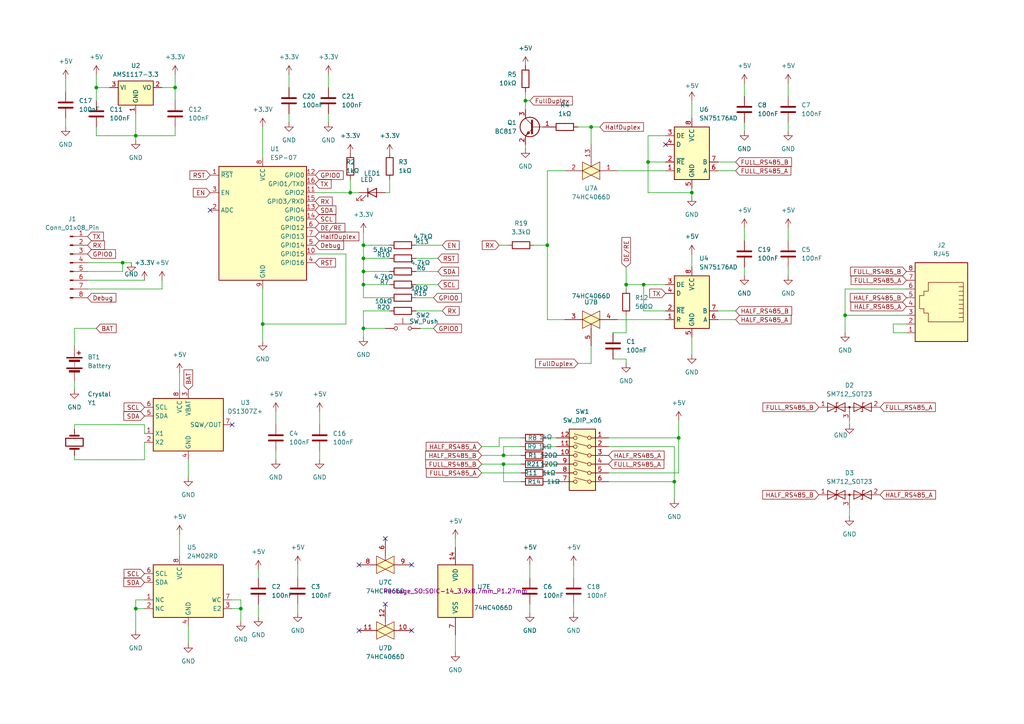
<source format=kicad_sch>
(kicad_sch (version 20250114) (generator "eeschema") (generator_version "9.0")
  (paper "A4")
  (title_block (title "Ubox") (date "2025-11-06") (rev "1") (company "Ecopower"))
  (junction (at 146.05 132.08))
  (junction (at 27.94 25.4))
  (junction (at 105.41 78.74))
  (junction (at 101.6 55.88))
  (junction (at 146.05 134.62))
  (junction (at 152.4 29.21))
  (junction (at 39.37 176.53))
  (junction (at 39.37 39.37))
  (junction (at 195.58 139.7))
  (junction (at 69.85 176.53))
  (junction (at 158.75 71.12))
  (junction (at 105.41 95.25))
  (junction (at 50.8 25.4))
  (junction (at 105.41 82.55))
  (junction (at 200.66 55.88))
  (junction (at 181.61 82.55))
  (junction (at 35.56 76.2))
  (junction (at 187.96 46.99))
  (junction (at 245.11 91.44))
  (junction (at 196.85 127))
  (junction (at 105.41 74.93))
  (junction (at 105.41 71.12))
  (junction (at 186.69 82.55))
  (junction (at 76.2 93.98))
  (junction (at 171.45 36.83))
  (no_connect (at 193.04 41.91))
  (no_connect (at 111.76 175.26))
  (no_connect (at 67.31 123.19))
  (no_connect (at 104.14 163.83))
  (no_connect (at 119.38 163.83))
  (no_connect (at 60.96 60.96))
  (no_connect (at 119.38 182.88))
  (no_connect (at 111.76 156.21))
  (no_connect (at 104.14 182.88))
  (wire (pts (xy 113.03 52.07) (xy 113.03 55.88)))
  (wire (pts (xy 100.33 73.66) (xy 100.33 93.98)))
  (wire (pts (xy 52.07 107.95) (xy 52.07 113.03)))
  (wire (pts (xy 113.03 82.55) (xy 105.41 82.55)))
  (wire (pts (xy 113.03 78.74) (xy 105.41 78.74)))
  (wire (pts (xy 105.41 71.12) (xy 113.03 71.12)))
  (wire (pts (xy 83.82 25.4) (xy 83.82 21.59)))
  (wire (pts (xy 186.69 82.55) (xy 193.04 82.55)))
  (wire (pts (xy 187.96 46.99) (xy 187.96 55.88)))
  (wire (pts (xy 152.4 29.21) (xy 152.4 31.75)))
  (wire (pts (xy 50.8 36.83) (xy 50.8 39.37)))
  (wire (pts (xy 176.53 139.7) (xy 195.58 139.7)))
  (wire (pts (xy 120.65 78.74) (xy 127 78.74)))
  (wire (pts (xy 80.01 133.35) (xy 80.01 130.81)))
  (wire (pts (xy 245.11 91.44) (xy 262.89 91.44)))
  (wire (pts (xy 69.85 176.53) (xy 69.85 180.34)))
  (wire (pts (xy 228.6 80.01) (xy 228.6 77.47)))
  (wire (pts (xy 200.66 55.88) (xy 200.66 54.61)))
  (wire (pts (xy 158.75 129.54) (xy 161.29 129.54)))
  (wire (pts (xy 120.65 71.12) (xy 128.27 71.12)))
  (wire (pts (xy 158.75 139.7) (xy 161.29 139.7)))
  (wire (pts (xy 25.4 78.74) (xy 35.56 78.74)))
  (wire (pts (xy 153.67 167.64) (xy 153.67 163.83)))
  (wire (pts (xy 200.66 73.66) (xy 200.66 77.47)))
  (wire (pts (xy 100.33 93.98) (xy 76.2 93.98)))
  (wire (pts (xy 246.38 147.32) (xy 246.38 149.86)))
  (wire (pts (xy 91.44 55.88) (xy 101.6 55.88)))
  (wire (pts (xy 41.91 123.19) (xy 41.91 125.73)))
  (wire (pts (xy 25.4 83.82) (xy 46.99 83.82)))
  (wire (pts (xy 101.6 52.07) (xy 101.6 55.88)))
  (wire (pts (xy 195.58 139.7) (xy 195.58 144.78)))
  (wire (pts (xy 50.8 29.21) (xy 50.8 25.4)))
  (wire (pts (xy 146.05 129.54) (xy 146.05 132.08)))
  (wire (pts (xy 39.37 39.37) (xy 39.37 33.02)))
  (wire (pts (xy 111.76 55.88) (xy 113.03 55.88)))
  (wire (pts (xy 187.96 46.99) (xy 193.04 46.99)))
  (wire (pts (xy 215.9 80.01) (xy 215.9 77.47)))
  (wire (pts (xy 101.6 55.88) (xy 104.14 55.88)))
  (wire (pts (xy 27.94 29.21) (xy 27.94 25.4)))
  (wire (pts (xy 259.08 93.98) (xy 259.08 96.52)))
  (wire (pts (xy 176.53 137.16) (xy 196.85 137.16)))
  (wire (pts (xy 39.37 182.88) (xy 39.37 176.53)))
  (wire (pts (xy 105.41 95.25) (xy 111.76 95.25)))
  (wire (pts (xy 139.7 134.62) (xy 146.05 134.62)))
  (wire (pts (xy 100.33 73.66) (xy 91.44 73.66)))
  (wire (pts (xy 21.59 133.35) (xy 41.91 133.35)))
  (wire (pts (xy 35.56 76.2) (xy 35.56 78.74)))
  (wire (pts (xy 195.58 129.54) (xy 195.58 139.7)))
  (wire (pts (xy 50.8 25.4) (xy 50.8 21.59)))
  (wire (pts (xy 92.71 130.81) (xy 92.71 133.35)))
  (wire (pts (xy 74.93 167.64) (xy 74.93 165.1)))
  (wire (pts (xy 262.89 93.98) (xy 259.08 93.98)))
  (wire (pts (xy 120.65 90.17) (xy 128.27 90.17)))
  (wire (pts (xy 39.37 176.53) (xy 41.91 176.53)))
  (wire (pts (xy 105.41 90.17) (xy 105.41 95.25)))
  (wire (pts (xy 92.71 119.38) (xy 92.71 123.19)))
  (wire (pts (xy 21.59 113.03) (xy 21.59 110.49)))
  (wire (pts (xy 158.75 127) (xy 161.29 127)))
  (wire (pts (xy 76.2 83.82) (xy 76.2 93.98)))
  (wire (pts (xy 144.78 71.12) (xy 147.32 71.12)))
  (wire (pts (xy 105.41 82.55) (xy 105.41 78.74)))
  (wire (pts (xy 50.8 39.37) (xy 39.37 39.37)))
  (wire (pts (xy 132.08 156.21) (xy 132.08 158.75)))
  (wire (pts (xy 76.2 93.98) (xy 76.2 99.06)))
  (wire (pts (xy 200.66 29.21) (xy 200.66 34.29)))
  (wire (pts (xy 228.6 27.94) (xy 228.6 24.13)))
  (wire (pts (xy 21.59 133.35) (xy 21.59 132.08)))
  (wire (pts (xy 125.73 86.36) (xy 120.65 86.36)))
  (wire (pts (xy 19.05 26.67) (xy 19.05 22.86)))
  (wire (pts (xy 158.75 49.53) (xy 163.83 49.53)))
  (wire (pts (xy 179.07 92.71) (xy 193.04 92.71)))
  (wire (pts (xy 95.25 35.56) (xy 95.25 33.02)))
  (wire (pts (xy 196.85 121.92) (xy 196.85 127)))
  (wire (pts (xy 113.03 86.36) (xy 105.41 86.36)))
  (wire (pts (xy 167.64 36.83) (xy 171.45 36.83)))
  (wire (pts (xy 208.28 49.53) (xy 213.36 49.53)))
  (wire (pts (xy 139.7 129.54) (xy 144.78 129.54)))
  (wire (pts (xy 105.41 71.12) (xy 105.41 74.93)))
  (wire (pts (xy 74.93 179.07) (xy 74.93 175.26)))
  (wire (pts (xy 158.75 71.12) (xy 158.75 92.71)))
  (wire (pts (xy 27.94 39.37) (xy 39.37 39.37)))
  (wire (pts (xy 215.9 38.1) (xy 215.9 35.56)))
  (wire (pts (xy 21.59 123.19) (xy 21.59 124.46)))
  (wire (pts (xy 259.08 96.52) (xy 262.89 96.52)))
  (wire (pts (xy 215.9 27.94) (xy 215.9 24.13)))
  (wire (pts (xy 67.31 176.53) (xy 69.85 176.53)))
  (wire (pts (xy 39.37 173.99) (xy 41.91 173.99)))
  (wire (pts (xy 46.99 83.82) (xy 46.99 81.28)))
  (wire (pts (xy 171.45 36.83) (xy 173.99 36.83)))
  (wire (pts (xy 146.05 134.62) (xy 146.05 139.7)))
  (wire (pts (xy 181.61 83.82) (xy 181.61 82.55)))
  (wire (pts (xy 154.94 71.12) (xy 158.75 71.12)))
  (wire (pts (xy 187.96 39.37) (xy 193.04 39.37)))
  (wire (pts (xy 151.13 129.54) (xy 146.05 129.54)))
  (wire (pts (xy 39.37 176.53) (xy 39.37 173.99)))
  (wire (pts (xy 166.37 177.8) (xy 166.37 175.26)))
  (wire (pts (xy 181.61 82.55) (xy 186.69 82.55)))
  (wire (pts (xy 176.53 127) (xy 196.85 127)))
  (wire (pts (xy 38.1 76.2) (xy 35.56 76.2)))
  (wire (pts (xy 139.7 132.08) (xy 146.05 132.08)))
  (wire (pts (xy 105.41 86.36) (xy 105.41 82.55)))
  (wire (pts (xy 208.28 46.99) (xy 213.36 46.99)))
  (wire (pts (xy 83.82 35.56) (xy 83.82 33.02)))
  (wire (pts (xy 200.66 57.15) (xy 200.66 55.88)))
  (wire (pts (xy 181.61 104.14) (xy 181.61 105.41)))
  (wire (pts (xy 105.41 67.31) (xy 105.41 71.12)))
  (wire (pts (xy 54.61 186.69) (xy 54.61 181.61)))
  (wire (pts (xy 146.05 134.62) (xy 151.13 134.62)))
  (wire (pts (xy 95.25 25.4) (xy 95.25 21.59)))
  (wire (pts (xy 200.66 97.79) (xy 200.66 102.87)))
  (wire (pts (xy 146.05 132.08) (xy 151.13 132.08)))
  (wire (pts (xy 27.94 25.4) (xy 31.75 25.4)))
  (wire (pts (xy 208.28 92.71) (xy 213.36 92.71)))
  (wire (pts (xy 80.01 123.19) (xy 80.01 119.38)))
  (wire (pts (xy 167.64 105.41) (xy 171.45 105.41)))
  (wire (pts (xy 120.65 74.93) (xy 127 74.93)))
  (wire (pts (xy 105.41 74.93) (xy 113.03 74.93)))
  (wire (pts (xy 181.61 91.44) (xy 181.61 96.52)))
  (wire (pts (xy 153.67 29.21) (xy 152.4 29.21)))
  (wire (pts (xy 152.4 41.91) (xy 152.4 43.18)))
  (wire (pts (xy 158.75 134.62) (xy 161.29 134.62)))
  (wire (pts (xy 186.69 90.17) (xy 186.69 82.55)))
  (wire (pts (xy 262.89 83.82) (xy 245.11 83.82)))
  (wire (pts (xy 105.41 90.17) (xy 113.03 90.17)))
  (wire (pts (xy 181.61 96.52) (xy 177.8 96.52)))
  (wire (pts (xy 246.38 121.92) (xy 246.38 123.19)))
  (wire (pts (xy 21.59 123.19) (xy 41.91 123.19)))
  (wire (pts (xy 187.96 39.37) (xy 187.96 46.99)))
  (wire (pts (xy 228.6 69.85) (xy 228.6 66.04)))
  (wire (pts (xy 158.75 49.53) (xy 158.75 71.12)))
  (wire (pts (xy 139.7 137.16) (xy 151.13 137.16)))
  (wire (pts (xy 196.85 127) (xy 196.85 137.16)))
  (wire (pts (xy 69.85 173.99) (xy 69.85 176.53)))
  (wire (pts (xy 41.91 133.35) (xy 41.91 128.27)))
  (wire (pts (xy 245.11 91.44) (xy 245.11 96.52)))
  (wire (pts (xy 181.61 104.14) (xy 177.8 104.14)))
  (wire (pts (xy 86.36 167.64) (xy 86.36 163.83)))
  (wire (pts (xy 67.31 173.99) (xy 69.85 173.99)))
  (wire (pts (xy 25.4 81.28) (xy 41.91 81.28)))
  (wire (pts (xy 132.08 189.23) (xy 132.08 184.15)))
  (wire (pts (xy 121.92 95.25) (xy 125.73 95.25)))
  (wire (pts (xy 146.05 139.7) (xy 151.13 139.7)))
  (wire (pts (xy 27.94 21.59) (xy 27.94 25.4)))
  (wire (pts (xy 120.65 82.55) (xy 127 82.55)))
  (wire (pts (xy 39.37 40.64) (xy 39.37 39.37)))
  (wire (pts (xy 158.75 132.08) (xy 161.29 132.08)))
  (wire (pts (xy 144.78 129.54) (xy 144.78 127)))
  (wire (pts (xy 158.75 92.71) (xy 163.83 92.71)))
  (wire (pts (xy 158.75 137.16) (xy 161.29 137.16)))
  (wire (pts (xy 105.41 95.25) (xy 105.41 97.79)))
  (wire (pts (xy 195.58 129.54) (xy 176.53 129.54)))
  (wire (pts (xy 27.94 36.83) (xy 27.94 39.37)))
  (wire (pts (xy 25.4 76.2) (xy 35.56 76.2)))
  (wire (pts (xy 19.05 36.83) (xy 19.05 34.29)))
  (wire (pts (xy 21.59 95.25) (xy 21.59 100.33)))
  (wire (pts (xy 208.28 90.17) (xy 213.36 90.17)))
  (wire (pts (xy 181.61 77.47) (xy 181.61 82.55)))
  (wire (pts (xy 152.4 26.67) (xy 152.4 29.21)))
  (wire (pts (xy 215.9 69.85) (xy 215.9 66.04)))
  (wire (pts (xy 27.94 95.25) (xy 21.59 95.25)))
  (wire (pts (xy 171.45 36.83) (xy 171.45 41.91)))
  (wire (pts (xy 54.61 133.35) (xy 54.61 138.43)))
  (wire (pts (xy 52.07 154.94) (xy 52.07 161.29)))
  (wire (pts (xy 179.07 49.53) (xy 193.04 49.53)))
  (wire (pts (xy 228.6 38.1) (xy 228.6 35.56)))
  (wire (pts (xy 245.11 83.82) (xy 245.11 91.44)))
  (wire (pts (xy 105.41 78.74) (xy 105.41 74.93)))
  (wire (pts (xy 193.04 90.17) (xy 186.69 90.17)))
  (wire (pts (xy 46.99 25.4) (xy 50.8 25.4)))
  (wire (pts (xy 153.67 177.8) (xy 153.67 175.26)))
  (wire (pts (xy 200.66 55.88) (xy 187.96 55.88)))
  (wire (pts (xy 76.2 36.83) (xy 76.2 45.72)))
  (wire (pts (xy 166.37 167.64) (xy 166.37 163.83)))
  (wire (pts (xy 86.36 177.8) (xy 86.36 175.26)))
  (wire (pts (xy 144.78 127) (xy 151.13 127)))
  (wire (pts (xy 171.45 105.41) (xy 171.45 100.33)))
  (global_label "GPIO0" (shape input) (at 25.4 73.66 0) (property "Intersheetrefs" "${INTERSHEET_REFS}" (effects (hide yes))))
  (global_label "FULL_RS485_A" (shape input) (at 262.89 81.28 180) (property "Intersheetrefs" "${INTERSHEET_REFS}" (effects (hide yes))))
  (global_label "TX" (shape input) (at 91.44 53.34 0) (property "Intersheetrefs" "${INTERSHEET_REFS}" (effects (hide yes))))
  (global_label "Debug" (shape input) (at 25.4 86.36 0) (property "Intersheetrefs" "${INTERSHEET_REFS}" (effects (hide yes))))
  (global_label "SCL" (shape input) (at 127 82.55 0) (property "Intersheetrefs" "${INTERSHEET_REFS}" (effects (hide yes))))
  (global_label "HALF_RS485_B" (shape input) (at 139.7 132.08 180) (property "Intersheetrefs" "${INTERSHEET_REFS}" (effects (hide yes))))
  (global_label "RX" (shape input) (at 144.78 71.12 180) (property "Intersheetrefs" "${INTERSHEET_REFS}" (effects (hide yes))))
  (global_label "SDA" (shape input) (at 127 78.74 0) (property "Intersheetrefs" "${INTERSHEET_REFS}" (effects (hide yes))))
  (global_label "FullDuplex" (shape input) (at 153.67 29.21 0) (property "Intersheetrefs" "${INTERSHEET_REFS}" (effects (hide yes))))
  (global_label "FULL_RS485_B" (shape input) (at 139.7 134.62 180) (property "Intersheetrefs" "${INTERSHEET_REFS}" (effects (hide yes))))
  (global_label "GPIO0" (shape input) (at 125.73 95.25 0) (property "Intersheetrefs" "${INTERSHEET_REFS}" (effects (hide yes))))
  (global_label "FULL_RS485_A" (shape input) (at 139.7 137.16 180) (property "Intersheetrefs" "${INTERSHEET_REFS}" (effects (hide yes))))
  (global_label "SCL" (shape input) (at 41.91 166.37 180) (property "Intersheetrefs" "${INTERSHEET_REFS}" (effects (hide yes))))
  (global_label "RST" (shape input) (at 60.96 50.8 180) (property "Intersheetrefs" "${INTERSHEET_REFS}" (effects (hide yes))))
  (global_label "TX" (shape input) (at 25.4 68.58 0) (property "Intersheetrefs" "${INTERSHEET_REFS}" (effects (hide yes))))
  (global_label "FULL_RS485_B" (shape input) (at 213.36 46.99 0) (property "Intersheetrefs" "${INTERSHEET_REFS}" (effects (hide yes))))
  (global_label "FULL_RS485_A" (shape input) (at 213.36 49.53 0) (property "Intersheetrefs" "${INTERSHEET_REFS}" (effects (hide yes))))
  (global_label "DE{slash}RE" (shape input) (at 181.61 77.47 90) (property "Intersheetrefs" "${INTERSHEET_REFS}" (effects (hide yes))))
  (global_label "HALF_RS485_A" (shape input) (at 213.36 92.71 0) (property "Intersheetrefs" "${INTERSHEET_REFS}" (effects (hide yes))))
  (global_label "HalfDuplex" (shape input) (at 91.44 68.58 0) (property "Intersheetrefs" "${INTERSHEET_REFS}" (effects (hide yes))))
  (global_label "EN" (shape input) (at 60.96 55.88 180) (property "Intersheetrefs" "${INTERSHEET_REFS}" (effects (hide yes))))
  (global_label "BAT" (shape input) (at 54.61 113.03 90) (property "Intersheetrefs" "${INTERSHEET_REFS}" (effects (hide yes))))
  (global_label "HALF_RS485_B" (shape input) (at 262.89 86.36 180) (property "Intersheetrefs" "${INTERSHEET_REFS}" (effects (hide yes))))
  (global_label "FULL_RS485_A" (shape input) (at 176.53 134.62 0) (property "Intersheetrefs" "${INTERSHEET_REFS}" (effects (hide yes))))
  (global_label "DE{slash}RE" (shape input) (at 91.44 66.04 0) (property "Intersheetrefs" "${INTERSHEET_REFS}" (effects (hide yes))))
  (global_label "SDA" (shape input) (at 41.91 120.65 180) (property "Intersheetrefs" "${INTERSHEET_REFS}" (effects (hide yes))))
  (global_label "RST" (shape input) (at 91.44 76.2 0) (property "Intersheetrefs" "${INTERSHEET_REFS}" (effects (hide yes))))
  (global_label "GPIO0" (shape input) (at 91.44 50.8 0) (property "Intersheetrefs" "${INTERSHEET_REFS}" (effects (hide yes))))
  (global_label "FULL_RS485_B" (shape input) (at 262.89 78.74 180) (property "Intersheetrefs" "${INTERSHEET_REFS}" (effects (hide yes))))
  (global_label "TX" (shape input) (at 193.04 85.09 180) (property "Intersheetrefs" "${INTERSHEET_REFS}" (effects (hide yes))))
  (global_label "HALF_RS485_A" (shape input) (at 255.27 143.51 0) (property "Intersheetrefs" "${INTERSHEET_REFS}" (effects (hide yes))))
  (global_label "SCL" (shape input) (at 41.91 118.11 180) (property "Intersheetrefs" "${INTERSHEET_REFS}" (effects (hide yes))))
  (global_label "FULL_RS485_A" (shape input) (at 255.27 118.11 0) (property "Intersheetrefs" "${INTERSHEET_REFS}" (effects (hide yes))))
  (global_label "EN" (shape input) (at 128.27 71.12 0) (property "Intersheetrefs" "${INTERSHEET_REFS}" (effects (hide yes))))
  (global_label "RX" (shape input) (at 25.4 71.12 0) (property "Intersheetrefs" "${INTERSHEET_REFS}" (effects (hide yes))))
  (global_label "SDA" (shape input) (at 91.44 60.96 0) (property "Intersheetrefs" "${INTERSHEET_REFS}" (effects (hide yes))))
  (global_label "BAT" (shape input) (at 27.94 95.25 0) (property "Intersheetrefs" "${INTERSHEET_REFS}" (effects (hide yes))))
  (global_label "GPIO0" (shape input) (at 125.73 86.36 0) (property "Intersheetrefs" "${INTERSHEET_REFS}" (effects (hide yes))))
  (global_label "HalfDuplex" (shape input) (at 173.99 36.83 0) (property "Intersheetrefs" "${INTERSHEET_REFS}" (effects (hide yes))))
  (global_label "FullDuplex" (shape input) (at 167.64 105.41 180) (property "Intersheetrefs" "${INTERSHEET_REFS}" (effects (hide yes))))
  (global_label "HALF_RS485_A" (shape input) (at 262.89 88.9 180) (property "Intersheetrefs" "${INTERSHEET_REFS}" (effects (hide yes))))
  (global_label "HALF_RS485_B" (shape input) (at 213.36 90.17 0) (property "Intersheetrefs" "${INTERSHEET_REFS}" (effects (hide yes))))
  (global_label "HALF_RS485_A" (shape input) (at 139.7 129.54 180) (property "Intersheetrefs" "${INTERSHEET_REFS}" (effects (hide yes))))
  (global_label "SDA" (shape input) (at 41.91 168.91 180) (property "Intersheetrefs" "${INTERSHEET_REFS}" (effects (hide yes))))
  (global_label "RX" (shape input) (at 91.44 58.42 0) (property "Intersheetrefs" "${INTERSHEET_REFS}" (effects (hide yes))))
  (global_label "SCL" (shape input) (at 91.44 63.5 0) (property "Intersheetrefs" "${INTERSHEET_REFS}" (effects (hide yes))))
  (global_label "FULL_RS485_B" (shape input) (at 237.49 118.11 180) (property "Intersheetrefs" "${INTERSHEET_REFS}" (effects (hide yes))))
  (global_label "Debug" (shape input) (at 91.44 71.12 0) (property "Intersheetrefs" "${INTERSHEET_REFS}" (effects (hide yes))))
  (global_label "RX" (shape input) (at 128.27 90.17 0) (property "Intersheetrefs" "${INTERSHEET_REFS}" (effects (hide yes))))
  (global_label "RST" (shape input) (at 127 74.93 0) (property "Intersheetrefs" "${INTERSHEET_REFS}" (effects (hide yes))))
  (global_label "HALF_RS485_B" (shape input) (at 237.49 143.51 180) (property "Intersheetrefs" "${INTERSHEET_REFS}" (effects (hide yes))))
  (global_label "HALF_RS485_A" (shape input) (at 176.53 132.08 0) (property "Intersheetrefs" "${INTERSHEET_REFS}" (effects (hide yes))))
  (symbol (lib_id "Device:C") (at 228.6 31.75 0) (unit 1)
    (property "Reference" "C7" (at 232.41 30.4799 0) (effects (justify left)))
    (property "Value" "100nF" (at 232.41 33.0199 0) (effects (justify left)))
    (property "Footprint" "Capacitor_SMD:C_0805_2012Metric" (effects (hide yes)))
    (property "Description" "Unpolarized capacitor" (effects (hide yes)))
  )
  (symbol (lib_id "4xxx:4066") (at 171.45 49.53 0) (mirror y) (unit 1)
    (property "Reference" "U7" (at 171.45 54.61 0))
    (property "Value" "74HC4066D" (at 171.45 57.15 0))
    (property "Footprint" "Package_SO:SOIC-14_3.9x8.7mm_P1.27mm" (effects (hide yes)))
    (property "Datasheet" "http://www.ti.com/lit/ds/symlink/cd4066b.pdf" (effects (hide yes)))
    (property "Description" "Quad Analog Switches" (effects (hide yes)))
  )
  (symbol (lib_id "Device:R") (at 116.84 78.74 90) (unit 1)
    (property "Reference" "R6" (at 122.174 77.724 90))
    (property "Value" "4.7kΩ" (at 121.92 76.2 90))
    (property "Footprint" "Resistor_SMD:R_0603_1608Metric" (effects (hide yes)))
    (property "Description" "Resistor" (effects (hide yes)))
  )
  (symbol (lib_id "Device:R") (at 154.94 137.16 270) (unit 1)
    (property "Reference" "R11" (at 153.924 137.16 90))
    (property "Value" "1kΩ" (at 159.258 137.16 90))
    (property "Footprint" "Resistor_SMD:R_0603_1608Metric" (effects (hide yes)))
    (property "Description" "Resistor" (effects (hide yes)))
  )
  (symbol (lib_id "power:GND") (at 245.11 96.52 0) (unit 1)
    (property "Reference" "#PWR055" (effects (hide yes)))
    (property "Value" "GND" (at 245.11 101.6 0))
    (property "Description" "Power symbol creates a global label with name \"GND\" , ground" (effects (hide yes)))
  )
  (symbol (lib_id "Device:C") (at 228.6 73.66 0) (unit 1)
    (property "Reference" "C5" (at 232.41 72.3899 0) (effects (justify left)))
    (property "Value" "100nF" (at 232.41 74.9299 0) (effects (justify left)))
    (property "Footprint" "Capacitor_SMD:C_0805_2012Metric" (effects (hide yes)))
    (property "Description" "Unpolarized capacitor" (effects (hide yes)))
  )
  (symbol (lib_id "Device:R") (at 154.94 134.62 270) (unit 1)
    (property "Reference" "R21" (at 154.686 134.62 90))
    (property "Value" "120Ω" (at 159.258 134.62 90))
    (property "Footprint" "Resistor_SMD:R_0603_1608Metric" (effects (hide yes)))
    (property "Description" "Resistor" (effects (hide yes)))
  )
  (symbol (lib_id "Device:R") (at 154.94 129.54 270) (mirror x) (unit 1)
    (property "Reference" "R9" (at 152.908 129.54 90) (effects (justify left)))
    (property "Value" "1kΩ" (at 156.21 129.54 90) (effects (justify left)))
    (property "Footprint" "Resistor_SMD:R_0805_2012Metric" (effects (hide yes)))
    (property "Description" "Resistor" (effects (hide yes)))
  )
  (symbol (lib_id "power:GND") (at 95.25 35.56 0) (unit 1)
    (property "Reference" "#PWR031" (effects (hide yes)))
    (property "Value" "GND" (at 95.25 40.64 0))
    (property "Description" "Power symbol creates a global label with name \"GND\" , ground" (effects (hide yes)))
  )
  (symbol (lib_id "power:GND") (at 215.9 38.1 0) (unit 1)
    (property "Reference" "#PWR049" (effects (hide yes)))
    (property "Value" "GND" (at 215.9 43.18 0))
    (property "Description" "Power symbol creates a global label with name \"GND\" , ground" (effects (hide yes)))
  )
  (symbol (lib_id "power:GND") (at 228.6 38.1 0) (unit 1)
    (property "Reference" "#PWR051" (effects (hide yes)))
    (property "Value" "GND" (at 228.6 43.18 0))
    (property "Description" "Power symbol creates a global label with name \"GND\" , ground" (effects (hide yes)))
  )
  (symbol (lib_id "Device:C") (at 177.8 100.33 0) (unit 1)
    (property "Reference" "C1" (at 181.61 99.0599 0) (effects (justify left)))
    (property "Value" "100nF" (at 181.61 101.5999 0) (effects (justify left)))
    (property "Footprint" "Capacitor_SMD:C_0603_1608Metric" (effects (hide yes)))
    (property "Description" "Unpolarized capacitor" (effects (hide yes)))
  )
  (symbol (lib_id "power:+5V") (at 92.71 119.38 0) (unit 1)
    (property "Reference" "#PWR057" (effects (hide yes)))
    (property "Value" "+5V" (at 92.71 114.3 0))
    (property "Description" "Power symbol creates a global label with name \"+5V\"" (effects (hide yes)))
  )
  (symbol (lib_id "Diode:SM712_SOT23") (at 246.38 118.11 0) (unit 1)
    (property "Reference" "D2" (at 246.38 111.76 0))
    (property "Value" "SM712_SOT23" (at 246.38 114.3 0))
    (property "Footprint" "Package_TO_SOT_SMD:SOT-23" (effects (hide yes)))
    (property "Datasheet" "https://www.littelfuse.com/~/media/electronics/datasheets/tvs_diode_arrays/littelfuse_tvs_diode_array_sm712_datasheet.pdf.pdf" (effects (hide yes)))
    (property "Description" "7V/12V, 600W Asymmetrical TVS Diode Array, SOT-23" (effects (hide yes)))
  )
  (symbol (lib_id "power:+3.3V") (at 105.41 67.31 0) (unit 1)
    (property "Reference" "#PWR017" (effects (hide yes)))
    (property "Value" "+3.3V" (at 105.41 62.23 0))
    (property "Description" "Power symbol creates a global label with name \"+3.3V\"" (effects (hide yes)))
  )
  (symbol (lib_id "Device:R") (at 152.4 22.86 0) (mirror x) (unit 1)
    (property "Reference" "R5" (at 149.86 21.5899 0) (effects (justify right)))
    (property "Value" "10kΩ" (at 149.86 24.1299 0) (effects (justify right)))
    (property "Footprint" "Resistor_SMD:R_0603_1608Metric" (effects (hide yes)))
    (property "Description" "Resistor" (effects (hide yes)))
  )
  (symbol (lib_id "power:+3.3V") (at 41.91 81.28 0) (unit 1)
    (property "Reference" "#PWR039" (effects (hide yes)))
    (property "Value" "+3.3V" (at 41.91 76.2 0))
    (property "Description" "Power symbol creates a global label with name \"+3.3V\"" (effects (hide yes)))
  )
  (symbol (lib_id "Device:R") (at 181.61 87.63 180) (unit 1)
    (property "Reference" "R12" (at 184.15 86.3599 0) (effects (justify right)))
    (property "Value" "560Ω" (at 184.15 88.8999 0) (effects (justify right)))
    (property "Footprint" "Resistor_SMD:R_0603_1608Metric" (effects (hide yes)))
    (property "Description" "Resistor" (effects (hide yes)))
  )
  (symbol (lib_id "4xxx:4066") (at 171.45 92.71 180) (unit 2)
    (property "Reference" "U7" (at 171.45 87.63 0))
    (property "Value" "74HC4066D" (at 171.45 85.852 0))
    (property "Footprint" "Package_SO:SOIC-14_3.9x8.7mm_P1.27mm" (effects (hide yes)))
    (property "Datasheet" "http://www.ti.com/lit/ds/symlink/cd4066b.pdf" (effects (hide yes)))
    (property "Description" "Quad Analog Switches" (effects (hide yes)))
  )
  (symbol (lib_id "power:+5V") (at 228.6 66.04 0) (unit 1)
    (property "Reference" "#PWR046" (effects (hide yes)))
    (property "Value" "+5V" (at 228.6 60.96 0))
    (property "Description" "Power symbol creates a global label with name \"+5V\"" (effects (hide yes)))
  )
  (symbol (lib_id "power:GND") (at 228.6 80.01 0) (unit 1)
    (property "Reference" "#PWR047" (effects (hide yes)))
    (property "Value" "GND" (at 228.6 85.09 0))
    (property "Description" "Power symbol creates a global label with name \"GND\" , ground" (effects (hide yes)))
  )
  (symbol (lib_id "power:GND") (at 39.37 40.64 0) (unit 1)
    (property "Reference" "#PWR013" (effects (hide yes)))
    (property "Value" "GND" (at 39.37 45.72 0))
    (property "Description" "Power symbol creates a global label with name \"GND\" , ground" (effects (hide yes)))
  )
  (symbol (lib_id "Device:C") (at 166.37 171.45 0) (unit 1)
    (property "Reference" "C18" (at 170.18 170.1799 0) (effects (justify left)))
    (property "Value" "100nF" (at 170.18 172.7199 0) (effects (justify left)))
    (property "Footprint" "Capacitor_SMD:C_0805_2012Metric" (effects (hide yes)))
    (property "Description" "Unpolarized capacitor" (effects (hide yes)))
  )
  (symbol (lib_id "power:GND") (at 69.85 180.34 0) (unit 1)
    (property "Reference" "#PWR058" (effects (hide yes)))
    (property "Value" "GND" (at 69.85 185.42 0))
    (property "Description" "Power symbol creates a global label with name \"GND\" , ground" (effects (hide yes)))
  )
  (symbol (lib_id "Device:C") (at 50.8 33.02 0) (unit 1)
    (property "Reference" "C12" (at 54.61 31.7499 0) (effects (justify left)))
    (property "Value" "100nF" (at 54.61 34.2899 0) (effects (justify left)))
    (property "Footprint" "Capacitor_SMD:C_0805_2012Metric" (effects (hide yes)))
    (property "Description" "Unpolarized capacitor" (effects (hide yes)))
  )
  (symbol (lib_id "power:GND") (at 39.37 182.88 0) (unit 1)
    (property "Reference" "#PWR059" (effects (hide yes)))
    (property "Value" "GND" (at 39.37 187.96 0))
    (property "Description" "Power symbol creates a global label with name \"GND\" , ground" (effects (hide yes)))
  )
  (symbol (lib_id "power:+3.3V") (at 83.82 21.59 0) (unit 1)
    (property "Reference" "#PWR028" (effects (hide yes)))
    (property "Value" "+3.3V" (at 83.82 16.51 0))
    (property "Description" "Power symbol creates a global label with name \"+3.3V\"" (effects (hide yes)))
  )
  (symbol (lib_id "power:GND") (at 76.2 99.06 0) (unit 1)
    (property "Reference" "#PWR01" (effects (hide yes)))
    (property "Value" "GND" (at 76.2 104.14 0))
    (property "Description" "Power symbol creates a global label with name \"GND\" , ground" (effects (hide yes)))
  )
  (symbol (lib_id "Connector:RJ45") (at 273.05 88.9 0) (mirror y) (unit 1)
    (property "Reference" "J2" (at 273.05 71.12 0))
    (property "Value" "RJ45" (at 273.05 73.66 0))
    (property "Footprint" "Connector_RJ:RJ45_Amphenol_54602-x08_Horizontal" (effects (hide yes)))
    (property "Description" "RJ connector, 8P8C (8 positions 8 connected)" (effects (hide yes)))
  )
  (symbol (lib_id "power:+3.3V") (at 101.6 44.45 0) (unit 1)
    (property "Reference" "#PWR040" (effects (hide yes)))
    (property "Value" "+3.3V" (at 101.6 39.37 0))
    (property "Description" "Power symbol creates a global label with name \"+3.3V\"" (effects (hide yes)))
  )
  (symbol (lib_id "Switch:SW_Push") (at 116.84 95.25 0) (mirror y) (unit 1)
    (property "Reference" "SW2" (at 122.682 91.44 0))
    (property "Value" "SW_Push" (at 122.936 93.218 0))
    (property "Footprint" "Button_Switch_THT:SW_SPST_Omron_B3F-315x_Angled" (effects (hide yes)))
    (property "Description" "Push button switch, generic, two pins" (effects (hide yes)))
  )
  (symbol (lib_id "power:GND") (at 80.01 133.35 0) (unit 1)
    (property "Reference" "#PWR020" (effects (hide yes)))
    (property "Value" "GND" (at 80.01 138.43 0))
    (property "Description" "Power symbol creates a global label with name \"GND\" , ground" (effects (hide yes)))
  )
  (symbol (lib_id "power:+3.3V") (at 113.03 44.45 0) (unit 1)
    (property "Reference" "#PWR041" (effects (hide yes)))
    (property "Value" "+3.3V" (at 113.03 39.37 0))
    (property "Description" "Power symbol creates a global label with name \"+3.3V\"" (effects (hide yes)))
  )
  (symbol (lib_id "Device:R") (at 116.84 71.12 90) (unit 1)
    (property "Reference" "R13" (at 122.428 70.104 90))
    (property "Value" "4.7kΩ" (at 122.682 68.58 90))
    (property "Footprint" "Resistor_SMD:R_0603_1608Metric" (effects (hide yes)))
    (property "Description" "Resistor" (effects (hide yes)))
  )
  (symbol (lib_id "power:+5V") (at 200.66 29.21 0) (unit 1)
    (property "Reference" "#PWR06" (effects (hide yes)))
    (property "Value" "+5V" (at 200.66 24.892 0))
    (property "Description" "Power symbol creates a global label with name \"+5V\"" (effects (hide yes)))
  )
  (symbol (lib_name "DS1307Z+_1") (lib_id "Timer_RTC:DS1307Z+") (at 54.61 171.45 0) (unit 1)
    (property "Reference" "U5" (at 54.2133 158.75 0) (effects (justify left)))
    (property "Value" "24M02RD" (at 54.2133 161.29 0) (effects (justify left)))
    (property "Footprint" "Package_SO:SOIC-8_3.9x4.9mm_P1.27mm" (effects (hide yes)))
    (property "Datasheet" "https://datasheets.maximintegrated.com/en/ds/DS1307.pdf" (effects (hide yes)))
    (property "Description" "64 x 8, Serial, I2C Real-time clock, 4.5V to 5.5V VCC, 0°C to +70°C, SOIC-8" (effects (hide yes)))
  )
  (symbol (lib_id "power:+5V") (at 19.05 22.86 0) (unit 1)
    (property "Reference" "#PWR042" (effects (hide yes)))
    (property "Value" "+5V" (at 19.05 17.78 0))
    (property "Description" "Power symbol creates a global label with name \"+5V\"" (effects (hide yes)))
  )
  (symbol (lib_id "Device:C") (at 74.93 171.45 0) (unit 1)
    (property "Reference" "C2" (at 78.74 170.1799 0) (effects (justify left)))
    (property "Value" "100nF" (at 78.74 172.7199 0) (effects (justify left)))
    (property "Footprint" "Capacitor_SMD:C_0805_2012Metric" (effects (hide yes)))
    (property "Description" "Unpolarized capacitor" (effects (hide yes)))
  )
  (symbol (lib_id "power:+5V") (at 152.4 19.05 0) (mirror y) (unit 1)
    (property "Reference" "#PWR026" (effects (hide yes)))
    (property "Value" "+5V" (at 152.4 13.97 0))
    (property "Description" "Power symbol creates a global label with name \"+5V\"" (effects (hide yes)))
  )
  (symbol (lib_id "power:+3.3V") (at 95.25 21.59 0) (unit 1)
    (property "Reference" "#PWR030" (effects (hide yes)))
    (property "Value" "+3.3V" (at 95.25 16.51 0))
    (property "Description" "Power symbol creates a global label with name \"+3.3V\"" (effects (hide yes)))
  )
  (symbol (lib_id "power:+5V") (at 80.01 119.38 0) (unit 1)
    (property "Reference" "#PWR021" (effects (hide yes)))
    (property "Value" "+5V" (at 80.01 114.3 0))
    (property "Description" "Power symbol creates a global label with name \"+5V\"" (effects (hide yes)))
  )
  (symbol (lib_id "Interface_UART:SN75176AD") (at 200.66 44.45 0) (unit 1)
    (property "Reference" "U6" (at 202.8033 31.75 0) (effects (justify left)))
    (property "Value" "SN75176AD" (at 202.8033 34.29 0) (effects (justify left)))
    (property "Footprint" "Package_SO:SOIC-8_3.9x4.9mm_P1.27mm" (effects (hide yes)))
    (property "Datasheet" "http://www.ti.com/lit/ds/symlink/sn75176a.pdf" (effects (hide yes)))
    (property "Description" "Differential RS-422/RS-485 bus transceiver, SOIC-8" (effects (hide yes)))
  )
  (symbol (lib_id "Device:R") (at 116.84 90.17 90) (unit 1)
    (property "Reference" "R20" (at 111.252 89.154 90))
    (property "Value" "10kΩ" (at 111.252 87.376 90))
    (property "Footprint" "Resistor_SMD:R_0603_1608Metric" (effects (hide yes)))
    (property "Description" "Resistor" (effects (hide yes)))
  )
  (symbol (lib_id "Interface_UART:SN75176AD") (at 200.66 87.63 0) (unit 1)
    (property "Reference" "U4" (at 202.8033 74.93 0) (effects (justify left)))
    (property "Value" "SN75176AD" (at 202.8033 77.47 0) (effects (justify left)))
    (property "Footprint" "Package_SO:SOIC-8_3.9x4.9mm_P1.27mm" (effects (hide yes)))
    (property "Datasheet" "http://www.ti.com/lit/ds/symlink/sn75176a.pdf" (effects (hide yes)))
    (property "Description" "Differential RS-422/RS-485 bus transceiver, SOIC-8" (effects (hide yes)))
  )
  (symbol (lib_id "power:GND") (at 74.93 179.07 0) (unit 1)
    (property "Reference" "#PWR035" (effects (hide yes)))
    (property "Value" "GND" (at 74.93 184.15 0))
    (property "Description" "Power symbol creates a global label with name \"GND\" , ground" (effects (hide yes)))
  )
  (symbol (lib_id "power:+5V") (at 132.08 156.21 0) (unit 1)
    (property "Reference" "#PWR010" (effects (hide yes)))
    (property "Value" "+5V" (at 132.08 151.13 0))
    (property "Description" "Power symbol creates a global label with name \"+5V\"" (effects (hide yes)))
  )
  (symbol (lib_id "power:GND") (at 195.58 144.78 0) (unit 1)
    (property "Reference" "#PWR054" (effects (hide yes)))
    (property "Value" "GND" (at 195.58 149.86 0))
    (property "Description" "Power symbol creates a global label with name \"GND\" , ground" (effects (hide yes)))
  )
  (symbol (lib_id "4xxx:4066") (at 111.76 163.83 0) (unit 3)
    (property "Reference" "U7" (at 111.76 168.91 0))
    (property "Value" "74HC4066D" (at 111.76 171.45 0))
    (property "Footprint" "Package_SO:SOIC-14_3.9x8.7mm_P1.27mm" (effects (hide yes)))
    (property "Datasheet" "http://www.ti.com/lit/ds/symlink/cd4066b.pdf" (effects (hide yes)))
    (property "Description" "Quad Analog Switches" (effects (hide yes)))
  )
  (symbol (lib_id "Device:C") (at 215.9 31.75 0) (unit 1)
    (property "Reference" "C8" (at 219.71 30.4799 0) (effects (justify left)))
    (property "Value" "100nF" (at 219.71 33.0199 0) (effects (justify left)))
    (property "Footprint" "Capacitor_SMD:C_0603_1608Metric" (effects (hide yes)))
    (property "Description" "Unpolarized capacitor" (effects (hide yes)))
  )
  (symbol (lib_id "Device:C") (at 95.25 29.21 0) (unit 1)
    (property "Reference" "C21" (at 99.06 27.9399 0) (effects (justify left)))
    (property "Value" "100nF" (at 99.06 30.4799 0) (effects (justify left)))
    (property "Footprint" "Capacitor_SMD:C_0805_2012Metric" (effects (hide yes)))
    (property "Description" "Unpolarized capacitor" (effects (hide yes)))
  )
  (symbol (lib_id "Device:R") (at 163.83 36.83 270) (mirror x) (unit 1)
    (property "Reference" "R4" (at 163.83 30.48 90))
    (property "Value" "1kΩ" (at 163.83 33.02 90))
    (property "Footprint" "Resistor_SMD:R_0603_1608Metric" (effects (hide yes)))
    (property "Description" "Resistor" (effects (hide yes)))
  )
  (symbol (lib_id "power:GND") (at 83.82 35.56 0) (unit 1)
    (property "Reference" "#PWR029" (effects (hide yes)))
    (property "Value" "GND" (at 83.82 40.64 0))
    (property "Description" "Power symbol creates a global label with name \"GND\" , ground" (effects (hide yes)))
  )
  (symbol (lib_id "power:GND") (at 200.66 102.87 0) (unit 1)
    (property "Reference" "#PWR04" (effects (hide yes)))
    (property "Value" "GND" (at 200.66 107.95 0))
    (property "Description" "Power symbol creates a global label with name \"GND\" , ground" (effects (hide yes)))
  )
  (symbol (lib_id "Device:R") (at 154.94 127 90) (unit 1)
    (property "Reference" "R8" (at 154.432 127 90))
    (property "Value" "1kΩ" (at 158.242 126.746 90))
    (property "Footprint" "Resistor_SMD:R_0805_2012Metric" (effects (hide yes)))
    (property "Description" "Resistor" (effects (hide yes)))
  )
  (symbol (lib_id "power:GND") (at 246.38 123.19 0) (mirror y) (unit 1)
    (property "Reference" "#PWR053" (effects (hide yes)))
    (property "Value" "GND" (at 243.84 126.238 0))
    (property "Description" "Power symbol creates a global label with name \"GND\" , ground" (effects (hide yes)))
  )
  (symbol (lib_id "power:+3.3V") (at 50.8 21.59 0) (unit 1)
    (property "Reference" "#PWR011" (effects (hide yes)))
    (property "Value" "+3.3V" (at 50.8 16.51 0))
    (property "Description" "Power symbol creates a global label with name \"+3.3V\"" (effects (hide yes)))
  )
  (symbol (lib_id "Device:C") (at 92.71 127 0) (unit 1)
    (property "Reference" "C16" (at 96.52 125.7299 0) (effects (justify left)))
    (property "Value" "100nF" (at 96.52 128.2699 0) (effects (justify left)))
    (property "Footprint" "Capacitor_SMD:C_0805_2012Metric" (effects (hide yes)))
    (property "Description" "Unpolarized capacitor" (effects (hide yes)))
  )
  (symbol (lib_id "power:GND") (at 166.37 177.8 0) (unit 1)
    (property "Reference" "#PWR024" (effects (hide yes)))
    (property "Value" "GND" (at 166.37 182.88 0))
    (property "Description" "Power symbol creates a global label with name \"GND\" , ground" (effects (hide yes)))
  )
  (symbol (lib_id "Device:R") (at 101.6 48.26 180) (unit 1)
    (property "Reference" "R2" (at 100.33 46.9899 0) (effects (justify right)))
    (property "Value" "1kΩ" (at 100.33 49.5299 0) (effects (justify right)))
    (property "Footprint" "Resistor_SMD:R_0603_1608Metric" (effects (hide yes)))
    (property "Description" "Resistor" (effects (hide yes)))
  )
  (symbol (lib_id "Device:R") (at 154.94 132.08 270) (unit 1)
    (property "Reference" "R1" (at 153.162 132.08 90) (effects (justify left)))
    (property "Value" "120Ω" (at 156.464 132.08 90) (effects (justify left)))
    (property "Footprint" "Resistor_SMD:R_0603_1608Metric" (effects (hide yes)))
    (property "Description" "Resistor" (effects (hide yes)))
  )
  (symbol (lib_id "Device:C") (at 27.94 33.02 0) (unit 1)
    (property "Reference" "C11" (at 31.75 31.7499 0) (effects (justify left)))
    (property "Value" "100nF" (at 31.75 34.2899 0) (effects (justify left)))
    (property "Footprint" "Capacitor_SMD:C_0805_2012Metric" (effects (hide yes)))
    (property "Description" "Unpolarized capacitor" (effects (hide yes)))
  )
  (symbol (lib_id "power:+5V") (at 228.6 24.13 0) (unit 1)
    (property "Reference" "#PWR050" (effects (hide yes)))
    (property "Value" "+5V" (at 228.6 19.05 0))
    (property "Description" "Power symbol creates a global label with name \"+5V\"" (effects (hide yes)))
  )
  (symbol (lib_id "Device:R") (at 151.13 71.12 90) (unit 1)
    (property "Reference" "R19" (at 151.13 64.77 90))
    (property "Value" "3.3kΩ" (at 151.13 67.31 90))
    (property "Footprint" "Resistor_SMD:R_0603_1608Metric" (effects (hide yes)))
    (property "Description" "Resistor" (effects (hide yes)))
  )
  (symbol (lib_id "power:+5V") (at 200.66 73.66 0) (unit 1)
    (property "Reference" "#PWR07" (effects (hide yes)))
    (property "Value" "+5V" (at 200.66 68.58 0))
    (property "Description" "Power symbol creates a global label with name \"+5V\"" (effects (hide yes)))
  )
  (symbol (lib_id "power:GND") (at 54.61 186.69 0) (unit 1)
    (property "Reference" "#PWR014" (effects (hide yes)))
    (property "Value" "GND" (at 54.61 191.77 0))
    (property "Description" "Power symbol creates a global label with name \"GND\" , ground" (effects (hide yes)))
  )
  (symbol (lib_id "Switch:SW_DIP_x06") (at 168.91 134.62 0) (mirror y) (unit 1)
    (property "Reference" "SW1" (at 168.91 119.38 0))
    (property "Value" "SW_DIP_x06" (at 168.91 121.92 0))
    (property "Footprint" "Button_Switch_THT:SW_DIP_SPSTx06_Slide_9.78x17.42mm_W7.62mm_P2.54mm" (effects (hide yes)))
    (property "Description" "6x DIP Switch, Single Pole Single Throw (SPST) switch, small symbol" (effects (hide yes)))
  )
  (symbol (lib_id "4xxx:4066") (at 111.76 182.88 0) (unit 4)
    (property "Reference" "U7" (at 111.76 187.96 0))
    (property "Value" "74HC4066D" (at 111.76 190.5 0))
    (property "Footprint" "Package_SO:SOIC-14_3.9x8.7mm_P1.27mm" (effects (hide yes)))
    (property "Datasheet" "http://www.ti.com/lit/ds/symlink/cd4066b.pdf" (effects (hide yes)))
    (property "Description" "Quad Analog Switches" (effects (hide yes)))
  )
  (symbol (lib_id "Device:Crystal") (at 21.59 128.27 90) (mirror x) (unit 1)
    (property "Reference" "Y1" (at 25.4 116.8401 90) (effects (justify right)))
    (property "Value" "Crystal" (at 25.4 114.3001 90) (effects (justify right)))
    (property "Footprint" "Crystal:Crystal_DS26_D2.0mm_L6.0mm_Horizontal" (effects (hide yes)))
    (property "Description" "Two pin crystal" (effects (hide yes)))
  )
  (symbol (lib_id "power:GND") (at 21.59 113.03 0) (unit 1)
    (property "Reference" "#PWR036" (effects (hide yes)))
    (property "Value" "GND" (at 21.59 118.11 0))
    (property "Description" "Power symbol creates a global label with name \"GND\" , ground" (effects (hide yes)))
  )
  (symbol (lib_id "power:+5V") (at 86.36 163.83 0) (unit 1)
    (property "Reference" "#PWR032" (effects (hide yes)))
    (property "Value" "+5V" (at 86.36 158.75 0))
    (property "Description" "Power symbol creates a global label with name \"+5V\"" (effects (hide yes)))
  )
  (symbol (lib_id "Device:R") (at 154.94 139.7 270) (unit 1)
    (property "Reference" "R14" (at 154.94 139.7 90))
    (property "Value" "1kΩ" (at 160.528 139.7 90))
    (property "Footprint" "Resistor_SMD:R_0603_1608Metric" (effects (hide yes)))
    (property "Description" "Resistor" (effects (hide yes)))
  )
  (symbol (lib_id "power:+5V") (at 215.9 24.13 0) (unit 1)
    (property "Reference" "#PWR048" (effects (hide yes)))
    (property "Value" "+5V" (at 215.9 19.05 0))
    (property "Description" "Power symbol creates a global label with name \"+5V\"" (effects (hide yes)))
  )
  (symbol (lib_id "power:GND") (at 200.66 57.15 0) (unit 1)
    (property "Reference" "#PWR03" (effects (hide yes)))
    (property "Value" "GND" (at 200.66 62.23 0))
    (property "Description" "Power symbol creates a global label with name \"GND\" , ground" (effects (hide yes)))
  )
  (symbol (lib_id "Regulator_Linear:AMS1117-3.3") (at 39.37 25.4 0) (unit 1)
    (property "Reference" "U2" (at 39.37 19.05 0))
    (property "Value" "AMS1117-3.3" (at 39.37 21.59 0))
    (property "Footprint" "Package_TO_SOT_SMD:SOT-223-3_TabPin2" (effects (hide yes)))
    (property "Datasheet" "http://www.advanced-monolithic.com/pdf/ds1117.pdf" (effects (hide yes)))
    (property "Description" "1A Low Dropout regulator, positive, 3.3V fixed output, SOT-223" (effects (hide yes)))
  )
  (symbol (lib_id "power:GND") (at 38.1 76.2 0) (unit 1)
    (property "Reference" "#PWR037" (effects (hide yes)))
    (property "Value" "GND" (at 38.1 79.502 0))
    (property "Description" "Power symbol creates a global label with name \"GND\" , ground" (effects (hide yes)))
  )
  (symbol (lib_id "Timer_RTC:DS1307Z+") (at 54.61 123.19 0) (unit 1)
    (property "Reference" "U3" (at 71.12 116.7698 0))
    (property "Value" "DS1307Z+" (at 71.12 119.3098 0))
    (property "Footprint" "Package_SO:SOIC-8_3.9x4.9mm_P1.27mm" (effects (hide yes)))
    (property "Datasheet" "https://datasheets.maximintegrated.com/en/ds/DS1307.pdf" (effects (hide yes)))
    (property "Description" "64 x 8, Serial, I2C Real-time clock, 4.5V to 5.5V VCC, 0°C to +70°C, SOIC-8" (effects (hide yes)))
  )
  (symbol (lib_id "Device:C") (at 215.9 73.66 0) (unit 1)
    (property "Reference" "C19" (at 219.71 72.3899 0) (effects (justify left)))
    (property "Value" "100nF" (at 219.71 74.9299 0) (effects (justify left)))
    (property "Footprint" "Capacitor_SMD:C_0603_1608Metric" (effects (hide yes)))
    (property "Description" "Unpolarized capacitor" (effects (hide yes)))
  )
  (symbol (lib_id "Device:C") (at 83.82 29.21 0) (unit 1)
    (property "Reference" "C20" (at 87.63 27.9399 0) (effects (justify left)))
    (property "Value" "100nF" (at 87.63 30.4799 0) (effects (justify left)))
    (property "Footprint" "Capacitor_SMD:C_0603_1608Metric" (effects (hide yes)))
    (property "Description" "Unpolarized capacitor" (effects (hide yes)))
  )
  (symbol (lib_id "power:+5V") (at 215.9 66.04 0) (unit 1)
    (property "Reference" "#PWR044" (effects (hide yes)))
    (property "Value" "+5V" (at 215.9 60.96 0))
    (property "Description" "Power symbol creates a global label with name \"+5V\"" (effects (hide yes)))
  )
  (symbol (lib_id "power:GND") (at 105.41 97.79 0) (unit 1)
    (property "Reference" "#PWR016" (effects (hide yes)))
    (property "Value" "GND" (at 105.41 102.87 0))
    (property "Description" "Power symbol creates a global label with name \"GND\" , ground" (effects (hide yes)))
  )
  (symbol (lib_id "4xxx:4066") (at 132.08 171.45 0) (unit 5)
    (property "Reference" "U7" (at 138.43 170.1799 0) (effects (justify left)))
    (property "Value" "74HC4066D" (at 137.414 176.276 0) (effects (justify left)))
    (property "Footprint" "Package_SO:SOIC-14_3.9x8.7mm_P1.27mm" (at 132.08 171.45 0))
    (property "Datasheet" "http://www.ti.com/lit/ds/symlink/cd4066b.pdf" (effects (hide yes)))
    (property "Description" "Quad Analog Switches" (effects (hide yes)))
  )
  (symbol (lib_id "Connector:Conn_01x08_Pin") (at 20.32 76.2 0) (unit 1)
    (property "Reference" "J1" (at 20.955 63.5 0))
    (property "Value" "Conn_01x08_Pin" (at 20.955 66.04 0))
    (property "Footprint" "Connector_PinHeader_2.00mm:PinHeader_1x08_P2.00mm_Vertical" (effects (hide yes)))
    (property "Description" "Generic connector, single row, 01x08, script generated" (effects (hide yes)))
  )
  (symbol (lib_id "Device:C") (at 19.05 30.48 0) (unit 1)
    (property "Reference" "C17" (at 22.86 29.2099 0) (effects (justify left)))
    (property "Value" "100nF" (at 22.86 31.7499 0) (effects (justify left)))
    (property "Footprint" "Capacitor_SMD:C_0805_2012Metric" (effects (hide yes)))
    (property "Description" "Unpolarized capacitor" (effects (hide yes)))
  )
  (symbol (lib_id "Diode:SM712_SOT23") (at 246.38 143.51 0) (unit 1)
    (property "Reference" "D3" (at 246.38 137.16 0))
    (property "Value" "SM712_SOT23" (at 246.38 139.7 0))
    (property "Footprint" "Package_TO_SOT_SMD:SOT-23" (effects (hide yes)))
    (property "Datasheet" "https://www.littelfuse.com/~/media/electronics/datasheets/tvs_diode_arrays/littelfuse_tvs_diode_array_sm712_datasheet.pdf.pdf" (effects (hide yes)))
    (property "Description" "7V/12V, 600W Asymmetrical TVS Diode Array, SOT-23" (effects (hide yes)))
  )
  (symbol (lib_id "power:+5V") (at 196.85 121.92 0) (unit 1)
    (property "Reference" "#PWR056" (effects (hide yes)))
    (property "Value" "+5V" (at 196.85 116.84 0))
    (property "Description" "Power symbol creates a global label with name \"+5V\"" (effects (hide yes)))
  )
  (symbol (lib_id "power:+3.3V") (at 76.2 36.83 0) (unit 1)
    (property "Reference" "#PWR05" (effects (hide yes)))
    (property "Value" "+3.3V" (at 76.2 31.75 0))
    (property "Description" "Power symbol creates a global label with name \"+3.3V\"" (effects (hide yes)))
  )
  (symbol (lib_id "power:GND") (at 92.71 133.35 0) (unit 1)
    (property "Reference" "#PWR019" (effects (hide yes)))
    (property "Value" "GND" (at 92.71 138.43 0))
    (property "Description" "Power symbol creates a global label with name \"GND\" , ground" (effects (hide yes)))
  )
  (symbol (lib_id "Device:C") (at 86.36 171.45 0) (unit 1)
    (property "Reference" "C3" (at 90.17 170.1799 0) (effects (justify left)))
    (property "Value" "100nF" (at 90.17 172.7199 0) (effects (justify left)))
    (property "Footprint" "Capacitor_SMD:C_0603_1608Metric" (effects (hide yes)))
    (property "Description" "Unpolarized capacitor" (effects (hide yes)))
  )
  (symbol (lib_id "power:GND") (at 153.67 177.8 0) (unit 1)
    (property "Reference" "#PWR023" (effects (hide yes)))
    (property "Value" "GND" (at 153.67 182.88 0))
    (property "Description" "Power symbol creates a global label with name \"GND\" , ground" (effects (hide yes)))
  )
  (symbol (lib_id "Device:R") (at 116.84 74.93 90) (unit 1)
    (property "Reference" "R10" (at 111.252 73.914 90))
    (property "Value" "5.6kΩ" (at 110.998 72.39 90))
    (property "Footprint" "Resistor_SMD:R_0603_1608Metric" (effects (hide yes)))
    (property "Description" "Resistor" (effects (hide yes)))
  )
  (symbol (lib_id "power:GND") (at 54.61 138.43 0) (unit 1)
    (property "Reference" "#PWR02" (effects (hide yes)))
    (property "Value" "GND" (at 54.61 143.51 0))
    (property "Description" "Power symbol creates a global label with name \"GND\" , ground" (effects (hide yes)))
  )
  (symbol (lib_id "power:+5V") (at 52.07 154.94 0) (unit 1)
    (property "Reference" "#PWR015" (effects (hide yes)))
    (property "Value" "+5V" (at 52.07 149.86 0))
    (property "Description" "Power symbol creates a global label with name \"+5V\"" (effects (hide yes)))
  )
  (symbol (lib_id "Device:Battery") (at 21.59 105.41 0) (unit 1)
    (property "Reference" "BT1" (at 25.4 103.5684 0) (effects (justify left)))
    (property "Value" "Battery" (at 25.4 106.1084 0) (effects (justify left)))
    (property "Footprint" "Battery:BatteryHolder_LINX_BAT-HLD-012-SMT" (effects (hide yes)))
    (property "Description" "Multiple-cell battery" (effects (hide yes)))
  )
  (symbol (lib_id "Transistor_BJT:BC817") (at 154.94 36.83 0) (mirror y) (unit 1)
    (property "Reference" "Q1" (at 149.86 35.5599 0) (effects (justify left)))
    (property "Value" "BC817" (at 149.86 38.0999 0) (effects (justify left)))
    (property "Footprint" "Package_TO_SOT_SMD:SOT-23" (effects (hide yes)))
    (property "Datasheet" "https://www.onsemi.com/pub/Collateral/BC818-D.pdf" (effects (hide yes)))
    (property "Description" "0.8A Ic, 45V Vce, NPN Transistor, SOT-23" (effects (hide yes)))
  )
  (symbol (lib_id "RF_Module:ESP-07") (at 76.2 66.04 0) (unit 1)
    (property "Reference" "U1" (at 78.3433 43.18 0) (effects (justify left)))
    (property "Value" "ESP-07" (at 78.3433 45.72 0) (effects (justify left)))
    (property "Footprint" "RF_Module:ESP-07" (effects (hide yes)))
    (property "Datasheet" "http://wiki.ai-thinker.com/_media/esp8266/esp8266_series_modules_user_manual_v1.1.pdf" (effects (hide yes)))
    (property "Description" "802.11 b/g/n Wi-Fi Module" (effects (hide yes)))
  )
  (symbol (lib_id "Device:R") (at 116.84 82.55 90) (unit 1)
    (property "Reference" "R7" (at 111.506 81.788 90))
    (property "Value" "4.7kΩ" (at 111.252 80.264 90))
    (property "Footprint" "Resistor_SMD:R_0603_1608Metric" (effects (hide yes)))
    (property "Description" "Resistor" (effects (hide yes)))
  )
  (symbol (lib_id "power:+5V") (at 153.67 163.83 0) (unit 1)
    (property "Reference" "#PWR022" (effects (hide yes)))
    (property "Value" "+5V" (at 153.67 158.75 0))
    (property "Description" "Power symbol creates a global label with name \"+5V\"" (effects (hide yes)))
  )
  (symbol (lib_id "Device:LED") (at 107.95 55.88 0) (unit 1)
    (property "Reference" "LED1" (at 107.95 50.292 0))
    (property "Value" "LED" (at 106.3625 52.07 0))
    (property "Footprint" "LED_SMD:LED_0805_2012Metric" (effects (hide yes)))
    (property "Description" "Light emitting diode" (effects (hide yes)))
    (property "Sim.Pins" "1=K 2=A" (effects (hide yes)))
  )
  (symbol (lib_id "power:GND") (at 152.4 43.18 0) (mirror y) (unit 1)
    (property "Reference" "#PWR027" (effects (hide yes)))
    (property "Value" "GND" (at 152.4 48.26 0))
    (property "Description" "Power symbol creates a global label with name \"GND\" , ground" (effects (hide yes)))
  )
  (symbol (lib_id "power:GND") (at 215.9 80.01 0) (unit 1)
    (property "Reference" "#PWR045" (effects (hide yes)))
    (property "Value" "GND" (at 215.9 85.09 0))
    (property "Description" "Power symbol creates a global label with name \"GND\" , ground" (effects (hide yes)))
  )
  (symbol (lib_id "power:GND") (at 181.61 105.41 0) (unit 1)
    (property "Reference" "#PWR038" (effects (hide yes)))
    (property "Value" "GND" (at 181.61 110.49 0))
    (property "Description" "Power symbol creates a global label with name \"GND\" , ground" (effects (hide yes)))
  )
  (symbol (lib_id "power:+5V") (at 74.93 165.1 0) (unit 1)
    (property "Reference" "#PWR034" (effects (hide yes)))
    (property "Value" "+5V" (at 74.93 160.02 0))
    (property "Description" "Power symbol creates a global label with name \"+5V\"" (effects (hide yes)))
  )
  (symbol (lib_id "Device:C") (at 153.67 171.45 0) (unit 1)
    (property "Reference" "C6" (at 157.48 170.1799 0) (effects (justify left)))
    (property "Value" "100nF" (at 157.48 172.7199 0) (effects (justify left)))
    (property "Footprint" "Capacitor_SMD:C_0603_1608Metric" (effects (hide yes)))
    (property "Description" "Unpolarized capacitor" (effects (hide yes)))
  )
  (symbol (lib_id "power:+5V") (at 46.99 81.28 0) (unit 1)
    (property "Reference" "#PWR018" (effects (hide yes)))
    (property "Value" "+5V" (at 46.99 76.2 0))
    (property "Description" "Power symbol creates a global label with name \"+5V\"" (effects (hide yes)))
  )
  (symbol (lib_id "power:+5V") (at 27.94 21.59 0) (unit 1)
    (property "Reference" "#PWR012" (effects (hide yes)))
    (property "Value" "+5V" (at 27.94 16.51 0))
    (property "Description" "Power symbol creates a global label with name \"+5V\"" (effects (hide yes)))
  )
  (symbol (lib_id "Device:C") (at 80.01 127 0) (unit 1)
    (property "Reference" "C4" (at 83.82 125.7299 0) (effects (justify left)))
    (property "Value" "100nF" (at 83.82 128.2699 0) (effects (justify left)))
    (property "Footprint" "Capacitor_SMD:C_0603_1608Metric" (effects (hide yes)))
    (property "Description" "Unpolarized capacitor" (effects (hide yes)))
  )
  (symbol (lib_id "power:GND") (at 86.36 177.8 0) (unit 1)
    (property "Reference" "#PWR033" (effects (hide yes)))
    (property "Value" "GND" (at 86.36 182.88 0))
    (property "Description" "Power symbol creates a global label with name \"GND\" , ground" (effects (hide yes)))
  )
  (symbol (lib_id "Device:R") (at 116.84 86.36 90) (unit 1)
    (property "Reference" "R15" (at 121.92 85.09 90))
    (property "Value" "10kΩ" (at 121.666 83.566 90))
    (property "Footprint" "Resistor_SMD:R_0603_1608Metric" (effects (hide yes)))
    (property "Description" "Resistor" (effects (hide yes)))
  )
  (symbol (lib_id "power:GND") (at 132.08 189.23 0) (unit 1)
    (property "Reference" "#PWR09" (effects (hide yes)))
    (property "Value" "GND" (at 132.08 194.31 0))
    (property "Description" "Power symbol creates a global label with name \"GND\" , ground" (effects (hide yes)))
  )
  (symbol (lib_id "power:GND") (at 246.38 149.86 0) (unit 1)
    (property "Reference" "#PWR052" (effects (hide yes)))
    (property "Value" "GND" (at 246.38 154.94 0))
    (property "Description" "Power symbol creates a global label with name \"GND\" , ground" (effects (hide yes)))
  )
  (symbol (lib_id "power:+5V") (at 166.37 163.83 0) (unit 1)
    (property "Reference" "#PWR025" (effects (hide yes)))
    (property "Value" "+5V" (at 166.37 158.75 0))
    (property "Description" "Power symbol creates a global label with name \"+5V\"" (effects (hide yes)))
  )
  (symbol (lib_id "power:GND") (at 19.05 36.83 0) (unit 1)
    (property "Reference" "#PWR043" (effects (hide yes)))
    (property "Value" "GND" (at 19.05 41.91 0))
    (property "Description" "Power symbol creates a global label with name \"GND\" , ground" (effects (hide yes)))
  )
  (symbol (lib_id "Device:R") (at 113.03 48.26 180) (unit 1)
    (property "Reference" "R3" (at 115.57 46.9899 0) (effects (justify right)))
    (property "Value" "1kΩ" (at 115.57 49.5299 0) (effects (justify right)))
    (property "Footprint" "Resistor_SMD:R_0603_1608Metric" (effects (hide yes)))
    (property "Description" "Resistor" (effects (hide yes)))
  )
  (symbol (lib_id "power:+5V") (at 52.07 107.95 0) (unit 1)
    (property "Reference" "#PWR08" (effects (hide yes)))
    (property "Value" "+5V" (at 52.07 102.87 0))
    (property "Description" "Power symbol creates a global label with name \"+5V\"" (effects (hide yes)))
  )
)
</source>
